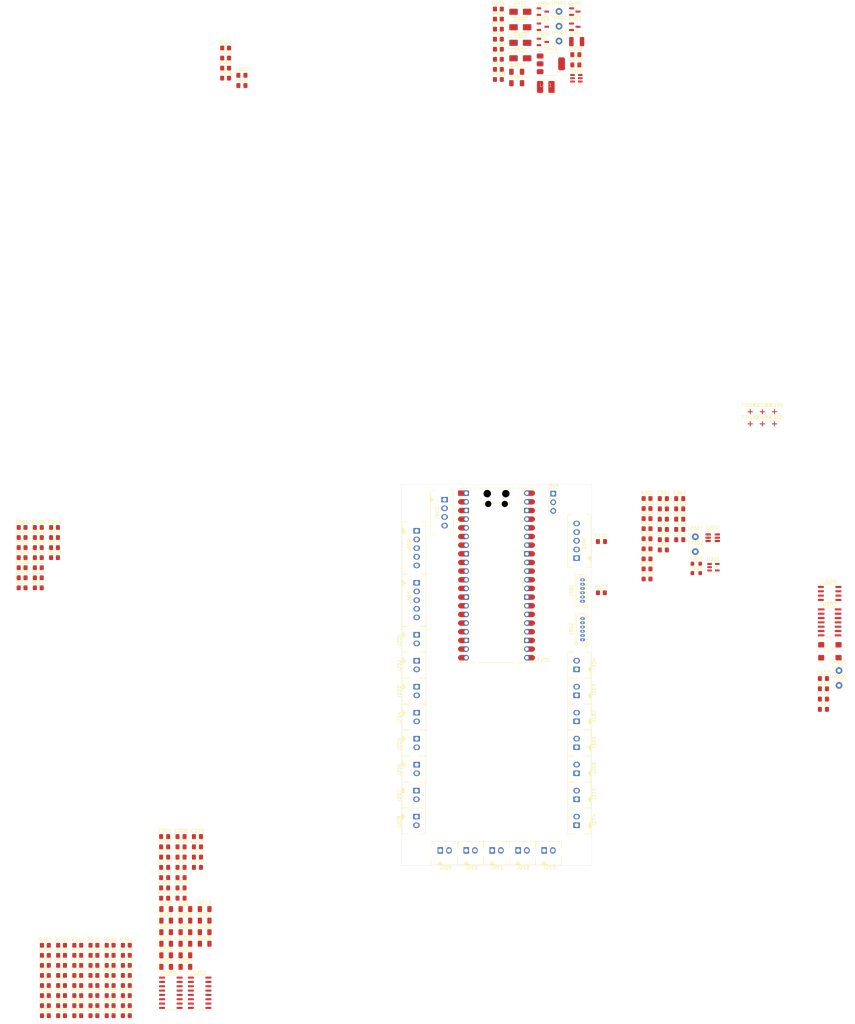
<source format=kicad_pcb>
(kicad_pcb (version 20241229) (generator "pcbnew") (generator_version "9.0")
  (title_block (title "Pico Button Board") (date "2025-12-27") (rev "1"))
  (layers (0 "F.Cu" signal) (2 "B.Cu" signal) (13 "F.Paste" user) (15 "B.Paste" user) (5 "F.SilkS" user "F.Silkscreen") (7 "B.SilkS" user "B.Silkscreen") (1 "F.Mask" user) (3 "B.Mask" user) (25 "Edge.Cuts" user))
  (net 0 "")
  (net 1 "/BUTTON_MISO")
  (net 2 "GND")
  (net 3 "/~{CAN_IRQ}")
  (net 4 "/ENC2_A")
  (net 5 "/ID0")
  (net 6 "/ENC1_PWM")
  (net 7 "/~{BUTTON_LD}")
  (net 8 "/~{CAN_TX_IRQ}")
  (net 9 "Net-(A101-RUN)")
  (net 10 "+5V")
  (net 11 "+3V3A")
  (net 12 "GNDA")
  (net 13 "/SPI0_MOSI")
  (net 14 "/~{CAN_RX_IRQ}")
  (net 15 "+3V3")
  (net 16 "/XY1_ADC")
  (net 17 "/ADC3{slash}~{ADC2}")
  (net 19 "/ENC0_A")
  (net 20 "/SPI0_SCK")
  (net 21 "/ENC2_B")
  (net 22 "/ENC2_PWM")
  (net 23 "/ENC0_B")
  (net 25 "/SPI0_MISO")
  (net 26 "/BUTTON_SCK")
  (net 27 "/X0_ADC")
  (net 28 "/ENC1_B")
  (net 29 "/XCVR_STBY")
  (net 30 "/ENC0_PWM")
  (net 31 "/~{SPI0_CS}")
  (net 32 "/ID1")
  (net 33 "/Y0_ADC")
  (net 34 "/ENC1_A")
  (net 35 "Net-(J601-Pin_5)")
  (net 36 "Net-(J601-Pin_3)")
  (net 37 "Net-(J601-Pin_4)")
  (net 38 "Net-(J602-Pin_4)")
  (net 39 "Net-(J602-Pin_5)")
  (net 40 "Net-(J602-Pin_3)")
  (net 41 "Net-(J603-Pin_5)")
  (net 42 "Net-(J603-Pin_4)")
  (net 43 "Net-(D201-K)")
  (net 44 "Net-(D202-K)")
  (net 45 "Net-(D203-K)")
  (net 46 "Net-(D204-K)")
  (net 47 "Net-(D205-K)")
  (net 48 "Net-(D206-K)")
  (net 49 "Net-(D207-K)")
  (net 50 "Net-(D208-K)")
  (net 51 "Net-(D209-K)")
  (net 52 "Net-(D210-K)")
  (net 53 "Net-(D211-K)")
  (net 54 "Net-(D212-K)")
  (net 55 "Net-(D213-K)")
  (net 56 "Net-(D214-K)")
  (net 57 "Net-(D215-K)")
  (net 58 "Net-(D216-K)")
  (net 59 "Net-(C302-Pad1)")
  (net 60 "Net-(C304-Pad1)")
  (net 61 "Net-(U301-EN)")
  (net 62 "Net-(D403-K)")
  (net 63 "/Power Supply/V_PS")
  (net 64 "Net-(U402-BOOT)")
  (net 65 "Net-(U402-SW)")
  (net 66 "Net-(D407-A)")
  (net 67 "Net-(U402-FB)")
  (net 68 "Net-(J501-Pin_2)")
  (net 69 "Net-(J501-Pin_4)")
  (net 70 "Net-(D201-A)")
  (net 71 "Net-(D202-A)")
  (net 72 "Net-(D203-A)")
  (net 73 "Net-(D204-A)")
  (net 74 "Net-(D205-A)")
  (net 75 "Net-(D206-A)")
  (net 76 "Net-(D207-A)")
  (net 77 "Net-(D208-A)")
  (net 78 "Net-(D209-A)")
  (net 79 "Net-(D210-A)")
  (net 80 "Net-(D211-A)")
  (net 81 "Net-(D212-A)")
  (net 82 "Net-(D213-A)")
  (net 83 "Net-(D214-A)")
  (net 84 "Net-(D215-A)")
  (net 85 "Net-(D216-A)")
  (net 86 "/Power Supply/+V_DC")
  (net 87 "Net-(D402-K)")
  (net 88 "/Power Supply/+V_BAT")
  (net 89 "Net-(D404-A)")
  (net 90 "Net-(D404-K)")
  (net 91 "Net-(D406-K)")
  (net 92 "/CAN_L")
  (net 93 "/CAN_H")
  (net 94 "Net-(J301-Pin_1)")
  (net 95 "Net-(J301-Pin_4)")
  (net 96 "Net-(J302-Pin_4)")
  (net 97 "Net-(J302-Pin_1)")
  (net 98 "Net-(Q402-D)")
  (net 99 "Net-(U201-D0)")
  (net 100 "Net-(U201-D1)")
  (net 101 "Net-(U201-D2)")
  (net 102 "Net-(U201-D3)")
  (net 103 "Net-(U201-D4)")
  (net 104 "Net-(U201-D5)")
  (net 105 "Net-(U201-D6)")
  (net 106 "Net-(U201-D7)")
  (net 107 "Net-(U202-D0)")
  (net 108 "Net-(U202-D1)")
  (net 109 "Net-(U202-D2)")
  (net 110 "Net-(U202-D3)")
  (net 111 "Net-(U202-D4)")
  (net 112 "Net-(U202-D5)")
  (net 113 "Net-(U202-D6)")
  (net 114 "Net-(U202-D7)")
  (net 115 "Net-(U402-EN)")
  (net 116 "/CANTX")
  (net 117 "/CANRX")
  (net 118 "Net-(U101-OUT)")
  (net 121 "Net-(U201-Q7)")
  (net 123 "Net-(J603-Pin_3)")
  (net 125 "/Encoder Inputs/ENC_VCC")
  (footprint "Pico-ButtonBoard:Molex-70543-0001" (layer "F.Cu") (at 210.185 176.53)
    (property "Reference" "J212")
    (property "Value" "B11")
  )
  (footprint "Resistor_SMD:R_0805_2012Metric_Pad1.20x1.40mm_HandSolder" (layer "F.Cu") (at 247.9875 79.225)
    (property "Reference" "R303")
    (property "Value" "100k-1%-0805")
  )
  (footprint "Resistor_SMD:R_0805_2012Metric_Pad1.20x1.40mm_HandSolder" (layer "F.Cu") (at 64.653 93.614)
    (property "Reference" "R605")
    (property "Value" "49.9R-1%-0805")
  )
  (footprint "Resistor_SMD:R_0805_2012Metric_Pad1.20x1.40mm_HandSolder" (layer "F.Cu") (at 234.585 100.965)
    (property "Reference" "R101")
    (property "Value" "1.50k-1%-0805")
  )
  (footprint "Resistor_SMD:R_0805_2012Metric_Pad1.20x1.40mm_HandSolder" (layer "F.Cu") (at 90.48 207.294)
    (property "Reference" "R234")
    (property "Value" "10k-1%-0805")
  )
  (footprint "Capacitor_SMD:C_0805_2012Metric_Pad1.18x1.45mm_HandSolder" (layer "F.Cu") (at 106.47 178.484)
    (property "Reference" "C203")
    (property "Value" "0.1uF-25V-10%-0805")
  )
  (footprint "Capacitor_SMD:C_0805_2012Metric_Pad1.18x1.45mm_HandSolder" (layer "F.Cu") (at 111.28 178.484)
    (property "Reference" "C210")
    (property "Value" "0.1uF-25V-10%-0805")
  )
  (footprint "Package_TO_SOT_SMD:SOT-23" (layer "F.Cu") (at 226.795 -65.025)
    (property "Reference" "Q402")
    (property "Value" "BSS123")
  )
  (footprint "LED_SMD:LED_1206_3216Metric" (layer "F.Cu") (at 106.91 200.504)
    (property "Reference" "D203")
    (property "Value" "B1")
  )
  (footprint "Resistor_SMD:R_0805_2012Metric_Pad1.20x1.40mm_HandSolder" (layer "F.Cu") (at 71.48 204.344)
    (property "Reference" "R201")
    (property "Value" "1.50k-1%-0805")
  )
  (footprint "Resistor_SMD:R_0805_2012Metric_Pad1.20x1.40mm_HandSolder" (layer "F.Cu") (at 69.403 81.814)
    (property "Reference" "R608")
    (property "Value" "20k-1%-0805")
  )
  (footprint "Resistor_SMD:R_0805_2012Metric_Pad1.20x1.40mm_HandSolder" (layer "F.Cu") (at 64.653 99.514)
    (property "Reference" "R607")
    (property "Value" "20k-1%-0805")
  )
  (footprint "Capacitor_SMD:C_0805_2012Metric_Pad1.18x1.45mm_HandSolder" (layer "F.Cu") (at 252.7675 85.395)
    (property "Reference" "C305")
    (property "Value" "1000pF-50V-5%-0805")
  )
  (footprint "Capacitor_SMD:C_0805_2012Metric_Pad1.18x1.45mm_HandSolder" (layer "F.Cu") (at 116.09 175.474)
    (property "Reference" "C216")
    (property "Value" "0.1uF-25V-10%-0805")
  )
  (footprint "Resistor_SMD:R_0805_2012Metric_Pad1.20x1.40mm_HandSolder" (layer "F.Cu") (at 90.48 219.094)
    (property "Reference" "R238")
    (property "Value" "10k-1%-0805")
  )
  (footprint "Capacitor_SMD:C_0805_2012Metric_Pad1.18x1.45mm_HandSolder" (layer "F.Cu") (at 257.5775 76.365)
    (property "Reference" "C308")
    (property "Value" "0.1uF-25V-10%-0805")
  )
  (footprint "Capacitor_SMD:C_0805_2012Metric_Pad1.18x1.45mm_HandSolder" (layer "F.Cu") (at 106.47 187.514)
    (property "Reference" "C206")
    (property "Value" "0.1uF-25V-10%-0805")
  )
  (footprint "Package_SO:SO-14_3.9x8.65mm_P1.27mm" (layer "F.Cu") (at 301.55 109.6452)
    (property "Reference" "U102")
    (property "Value" "MCP2518FDT-H/SL")
  )
  (footprint "Diode_SMD:D_SMA" (layer "F.Cu") (at 210.82 -64.875)
    (property "Reference" "D402")
    (property "Value" "S1B")
  )
  (footprint "LED_SMD:LED_1206_3216Metric" (layer "F.Cu") (at 112.56 210.674)
    (property "Reference" "D212")
    (property "Value" "B13")
  )
  (footprint "Capacitor_SMD:C_0805_2012Metric_Pad1.18x1.45mm_HandSolder" (layer "F.Cu") (at 257.5775 82.385)
    (property "Reference" "C310")
    (property "Value" "0.1uF-25V-10%-0805")
  )
  (footprint "LED_SMD:LED_1206_3216Metric" (layer "F.Cu") (at 106.91 210.674)
    (property "Reference" "D206")
    (property "Value" "B10")
  )
  (footprint "Resistor_SMD:R_0805_2012Metric_Pad1.20x1.40mm_HandSolder" (layer "F.Cu") (at 74.153 81.814)
    (property "Reference" "R615")
    (property "Value" "20k-1%-0805")
  )
  (footprint "Resistor_SMD:R_0805_2012Metric_Pad1.20x1.40mm_HandSolder" (layer "F.Cu") (at 71.48 219.094)
    (property "Reference" "R206")
    (property "Value" "1.50k-1%-0805")
  )
  (footprint "Pico-ButtonBoard:Molex-70543-0001" (layer "F.Cu") (at 227.33 138.66782 90)
    (property "Reference" "J102")
    (property "Value" "BATT")
  )
  (footprint "Resistor_SMD:R_0805_2012Metric_Pad1.20x1.40mm_HandSolder" (layer "F.Cu") (at 74.153 84.764)
    (property "Reference" "R616")
    (property "Value" "49.9R-1%-0805")
  )
  (footprint "Resistor_SMD:R_0805_2012Metric_Pad1.20x1.40mm_HandSolder" (layer "F.Cu") (at 204.375 -61.375)
    (property "Reference" "R404")
    (property "Value" "20k-1%-0805")
  )
  (footprint "Package_TO_SOT_SMD:SOT-23-3" (layer "F.Cu") (at 217.415 -69.475)
    (property "Reference" "D404")
    (property "Value" "5.6V")
  )
  (footprint "TestPoint:TestPoint_Keystone_5000-5004_Miniature" (layer "F.Cu") (at 222.165 -69.525)
    (property "Reference" "TP401")
    (property "Value" "CAN_RX")
  )
  (footprint "TestPoint:TestPoint_Keystone_5000-5004_Miniature" (layer "F.Cu") (at 304.31 123.7802)
    (property "Reference" "TP101")
    (property "Value" "CAN_TX")
  )
  (footprint "Capacitor_SMD:C_0805_2012Metric_Pad1.18x1.45mm_HandSolder" (layer "F.Cu") (at 252.7675 82.385)
    (property "Reference" "C304")
    (property "Value" "1000pF-50V-5%-0805")
  )
  (footprint "Pico-ButtonBoard:Molex-70543-0001" (layer "F.Cu") (at 180.41159 136.138311 -90)
    (property "Reference" "J204")
    (property "Value" "B3")
  )
  (footprint "Package_TO_SOT_SMD:SOT-23-3" (layer "F.Cu") (at 217.415 -60.575)
    (property "Reference" "D406")
    (property "Value" "5.6V")
  )
  (footprint "Inductor_SMD:L_0805_2012Metric_Pad1.05x1.20mm_HandSolder" (layer "F.Cu") (at 262.4375 92.445)
    (property "Reference" "L301")
    (property "Value" "10uH-10%-500mA-0805")
  )
  (footprint "Diode_SMD:D_SMA" (layer "F.Cu") (at 210.82 -69.425)
    (property "Reference" "D401")
    (property "Value" "S1B")
  )
  (footprint "Resistor_SMD:R_0805_2012Metric_Pad1.20x1.40mm_HandSolder" (layer "F.Cu") (at 85.73 224.994)
    (property "Reference" "R232")
    (property "Value" "1.50k-1%-0805")
  )
  (footprint "Capacitor_SMD:C_0805_2012Metric_Pad1.18x1.45mm_HandSolder" (layer "F.Cu") (at 227.095 -56.845)
    (property "Reference" "C403")
    (property "Value" "0.1uF-25V-10%-0805")
  )
  (footprint "Capacitor_SMD:C_0805_2012Metric_Pad1.18x1.45mm_HandSolder" (layer "F.Cu") (at 227.095 -53.835)
    (property "Reference" "C404")
    (property "Value" "68pF-50V-5%-0805")
  )
  (footprint "Resistor_SMD:R_0805_2012Metric_Pad1.20x1.40mm_HandSolder" (layer "F.Cu") (at 80.98 216.144)
    (property "Reference" "R221")
    (property "Value" "1.50k-1%-0805")
  )
  (footprint "Resistor_SMD:R_0805_2012Metric_Pad1.20x1.40mm_HandSolder" (layer "F.Cu") (at 76.23 213.194)
    (property "Reference" "R212")
    (property "Value" "1.50k-1%-0805")
  )
  (footprint "Diode_SMD:D_SMA" (layer "F.Cu") (at 210.82 -55.775)
    (property "Reference" "D407")
    (property "Value" "S1B")
  )
  (footprint "Package_TO_SOT_SMD:SOT-23-5" (layer "F.Cu") (at 267.4675 93.47)
    (property "Reference" "U301")
    (property "Value" "TLV77033DDC")
  )
  (footprint "Capacitor_SMD:C_0805_2012Metric_Pad1.18x1.45mm_HandSolder" (layer "F.Cu") (at 257.5775 79.375)
    (property "Reference" "C309")
    (property "Value" "4.7uF-25V-10%-0805")
  )
  (footprint "Resistor_SMD:R_0805_2012Metric_Pad1.20x1.40mm_HandSolder" (layer "F.Cu") (at 204.375 -49.575)
    (property "Reference" "R408")
    (property "Value" "100k-1%-0805")
  )
  (footprint "Capacitor_SMD:C_0805_2012Metric_Pad1.18x1.45mm_HandSolder" (layer "F.Cu") (at 299.73 129.1302)
    (property "Reference" "C103")
    (property "Value" "0.1uF-25V-10%-0805")
  )
  (footprint "Resistor_SMD:R_0805_2012Metric_Pad1.20x1.40mm_HandSolder" (layer "F.Cu") (at 71.48 222.044)
    (property "Reference" "R207")
    (property "Value" "1.50k-1%-0805")
  )
  (footprint "Resistor_SMD:R_0805_2012Metric_Pad1.20x1.40mm_HandSolder" (layer "F.Cu") (at 90.48 204.344)
    (property "Reference" "R233")
    (property "Value" "10k-1%-0805")
  )
  (footprint "Module:RaspberryPi_Pico_Common_Unspecified" (layer "F.Cu") (at 203.835 95.885)
    (property "Reference" "A101")
    (property "Value" "RaspberryPi_Pico2")
  )
  (footprint "Resistor_SMD:R_0805_2012Metric_Pad1.20x1.40mm_HandSolder" (layer "F.Cu") (at 204.375 -52.525)
    (property "Reference" "R407")
    (property "Value" "12.4k-1%-0805")
  )
  (footprint "Capacitor_SMD:C_0805_2012Metric_Pad1.18x1.45mm_HandSolder" (layer "F.Cu") (at 116.09 181.494)
    (property "Reference" "C218")
    (property "Value" "0.1uF-25V-10%-0805")
  )
  (footprint "TestPoint:TestPoint_Keystone_5000-5004_Miniature" (layer "F.Cu") (at 262.1575 84.545)
    (property "Reference" "TP301")
    (property "Value" "CAN_RX")
  )
  (footprint "Pico-ButtonBoard:Molex-70543-0001" (layer "F.Cu") (at 180.41159 151.378311 -90)
    (property "Reference" "J206")
    (property "Value" "B5")
  )
  (footprint "LED_SMD:LED_1206_3216Metric" (layer "F.Cu") (at 118.21 197.114)
    (property "Reference" "D214")
    (property "Value" "B14")
  )
  (footprint "Capacitor_SMD:C_0805_2012Metric_Pad1.18x1.45mm_HandSolder" (layer "F.Cu") (at 106.47 172.464)
    (property "Reference" "C201")
    (property "Value" "0.1uF-25V-10%-0805")
  )
  (footprint "LED_SMD:LED_1206_3216Metric" (layer "F.Cu") (at 112.56 193.724)
    (property "Reference" "D207")
    (property "Value" "B3")
  )
  (footprint "Resistor_SMD:R_0805_2012Metric_Pad1.20x1.40mm_HandSolder" (layer "F.Cu") (at 247.9875 93.975)
    (property "Reference" "R308")
    (property "Value" "49.9R-1%-0805")
  )
  (footprint "Connector_PinHeader_2.54mm:PinHeader_1x03_P2.54mm_Vertical" (layer "F.Cu") (at 220.472 71.882)
    (property "Reference" "J604")
    (property "Value" "ENC PWR")
  )
  (footprint "Resistor_SMD:R_0805_2012Metric_Pad1.20x1.40mm_HandSolder" (layer "F.Cu") (at 76.23 224.994)
    (property "Reference" "R216")
    (property "Value" "1.50k-1%-0805")
  )
  (footprint "Pico-ButtonBoard:Molex-70543-0001" (layer "F.Cu") (at 180.41159 113.278311 -90)
    (property "Reference" "J201")
    (property "Value" "B0")
  )
  (footprint "Resistor_SMD:R_0805_2012Metric_Pad1.20x1.40mm_HandSolder" (layer "F.Cu") (at 95.23 213.194)
    (property "Reference" "R244")
    (property "Value" "10k-1%-0805")
  )
  (footprint "MountingHole:MountingHole_3.2mm_M3" (layer "F.Cu") (at 179.705 177.165)
    (property "Reference" "H102" (hide yes))
    (property "Value" "MountingHole")
  )
  (footprint "Resistor_SMD:R_0805_2012Metric_Pad1.20x1.40mm_HandSolder" (layer "F.Cu") (at 71.48 207.294)
    (property "Reference" "R202")
    (property "Value" "1.50k-1%-0805")
  )
  (footprint "Pico-ButtonBoard:Molex-70543-0039" (layer "F.Cu") (at 180.41159 98.038311 90)
    (property "Reference" "J603")
    (property "Value" "ENC2")
  )
  (footprint "Resistor_SMD:R_0805_2012Metric_Pad1.20x1.40mm_HandSolder" (layer "F.Cu") (at 90.48 210.244)
    (property "Reference" "R235")
    (property "Value" "10k-1%-0805")
  )
  (footprint "Capacitor_SMD:C_0805_2012Metric_Pad1.18x1.45mm_HandSolder" (layer "F.Cu") (at 252.7675 79.375)
    (property "Reference" "C303")
    (property "Value" "1000pF-50V-5%-0805")
  )
  (footprint "Capacitor_SMD:C_0805_2012Metric_Pad1.18x1.45mm_HandSolder" (layer "F.Cu") (at 116.09 172.464)
    (property "Reference" "C215")
    (property "Value" "0.1uF-25V-10%-0805")
  )
  (footprint "Resistor_SMD:R_0805_2012Metric_Pad1.20x1.40mm_HandSolder" (layer "F.Cu") (at 95.23 207.294)
    (property "Reference" "R242")
    (property "Value" "10k-1%-0805")
  )
  (footprint "Resistor_SMD:R_0805_2012Metric_Pad1.20x1.40mm_HandSolder" (layer "F.Cu") (at 90.48 222.044)
    (property "Reference" "R239")
    (property "Value" "10k-1%-0805")
  )
  (footprint "Pico-ButtonBoard:Molex-70543-0001" (layer "F.Cu") (at 180.41159 143.758311 -90)
    (property "Reference" "J205")
    (property "Value" "B4")
  )
  (footprint "Fiducial:Fiducial_Cross_1.5mm_Mask2mm" (layer "F.Cu") (at 281.819 47.885)
    (property "Reference" "FID103")
    (property "Value" "Fiducial")
  )
  (footprint "Resistor_SMD:R_0805_2012Metric_Pad1.20x1.40mm_HandSolder" (layer "F.Cu") (at 247.9875 91.025)
    (property "Reference" "R307")
    (property "Value" "49.9R-1%-0805")
  )
  (footprint "Resistor_SMD:R_0805_2012Metric_Pad1.20x1.40mm_HandSolder" (layer "F.Cu") (at 64.653 96.564)
    (property "Reference" "R606")
    (property "Value" "49.9R-1%-0805")
  )
  (footprint "Resistor_SMD:R_0805_2012Metric_Pad1.20x1.40mm_HandSolder" (layer "F.Cu") (at 74.153 90.664)
    (property "Reference" "R618")
    (property "Value" "49.9R-1%-0805")
  )
  (footprint "Pico-ButtonBoard:Molex-70543-0001" (layer "F.Cu") (at 227.33 153.90782 90)
    (property "Reference" "J216")
    (property "Value" "B15")
  )
  (footprint "LED_SMD:LED_1206_3216Metric" (layer "F.Cu") (at 118.21 203.894)
    (property "Reference" "D216")
    (property "Value" "B15")
  )
  (footprint "Resistor_SMD:R_0805_2012Metric_Pad1.20x1.40mm_HandSolder" (layer "F.Cu") (at 85.73 216.144)
    (property "Reference" "R229")
    (property "Value" "1.50k-1%-0805")
  )
  (footprint "TestPoint:TestPoint_Keystone_5000-5004_Miniature" (layer "F.Cu") (at 222.165 -65.175)
    (property "Reference" "TP402")
    (property "Value" "CAN_RX")
  )
  (footprint "Pico-ButtonBoard:Molex_PicoBlade_53047-0610_1x06_P1.25mm_Vertical" (layer "F.Cu") (at 229.055 114.748 90)
    (property "Reference" "J302")
    (property "Value" "XY0-R")
  )
  (footprint "Pico-ButtonBoard:Molex-70543-0001" (layer "F.Cu") (at 227.33 146.28782 90)
    (property "Reference" "J101")
    (property "Value" "DC_IN")
  )
  (footprint "Pico-ButtonBoard:Molex-70543-0001" (layer "F.Cu") (at 194.945 176.53)
    (property "Reference" "J210")
    (property "Value" "B9")
  )
  (footprint "Resistor_SMD:R_0805_2012Metric_Pad1.20x1.40mm_HandSolder" (layer "F.Cu") (at 69.403 84.764)
    (property "Reference" "R609")
    (property "Value" "20k-1%-0805")
  )
  (footprint "TestPoint:TestPoint_Keystone_5000-5004_Miniature" (layer "F.Cu") (at 304.31 128.1302)
    (property "Reference" "TP102")
    (property "Value" "CAN_RX")
  )
  (footprint "Package_TO_SOT_SMD:SOT-23-6_Handsoldering" (layer "F.Cu") (at 267.2575 84.82)
    (property "Reference" "U302")
    (property "Value" "SN74LVC1G3157DBVR")
  )
  (footprint "Resistor_SMD:R_0805_2012Metric_Pad1.20x1.40mm_HandSolder" (layer "F.Cu") (at 71.48 216.144)
    (property "Reference" "R205")
    (property "Value" "1.50k-1%-0805")
  )
  (footprint "LED_SMD:LED_1206_3216Metric" (layer "F.Cu") (at 112.56 203.894)
    (property "Reference" "D210")
    (property "Value" "B12")
  )
  (footprint "MountingHole:MountingHole_3.2mm_M3" (layer "F.Cu") (at 227.965 177.165)
    (property "Reference" "H103" (hide yes))
    (property "Value" "MountingHole")
  )
  (footprint "Resistor_SMD:R_0805_2012Metric_Pad1.20x1.40mm_HandSolder" (layer "F.Cu") (at 95.23 224.994)
    (property "Reference" "R248")
    (property "Value" "10k-1%-0805")
  )
  (footprint "Pico-ButtonBoard:Molex-70543-0001" (layer "F.Cu") (at 187.325 176.53)
    (property "Reference" "J209")
    (property "Value" "B8")
  )
  (footprint "Resistor_SMD:R_0805_2012Metric_Pad1.20x1.40mm_HandSolder" (layer "F.Cu") (at 69.403 93.614)
    (property "Reference" "R612")
    (property "Value" "49.9R-1%-0805")
  )
  (footprint "Capacitor_SMD:C_0805_2012Metric_Pad1.18x1.45mm_HandSolder" (layer "F.Cu") (at 106.47 181.494)
    (property "Reference" "C204")
    (property "Value" "0.1uF-25V-10%-0805")
  )
  (footprint "Fiducial:Fiducial_Cross_1.5mm_Mask2mm" (layer "F.Cu") (at 281.819 51.435)
    (property "Reference" "FID104")
    (property "Value" "Fiducial")
  )
  (footprint "TestPoint:TestPoint_Keystone_5000-5004_Miniature" (layer "F.Cu") (at 262.1575 88.895)
    (property "Reference" "TP302")
    (property "Value" "CAN_RX")
  )
  (footprint "Inductor_SMD:L_0805_2012Metric_Pad1.05x1.20mm_HandSolder" (layer "F.Cu") (at 262.4375 95.195)
    (property "Reference" "L302")
    (property "Value" "10uH-10%-500mA-0805")
  )
  (footprint "Pico-ButtonBoard:Molex-70543-0001" (layer "F.Cu") (at 227.33 161.52782 90)
    (property "Reference" "J215")
    (property "Value" "B14")
  )
  (footprint "Resistor_SMD:R_0805_2012Metric_Pad1.20x1.40mm_HandSolder" (layer "F.Cu") (at 85.73 213.194)
    (property "Reference" "R228")
    (property "Value" "1.50k-1%-0805")
  )
  (footprint "LED_SMD:LED_1206_3216Metric" (layer "F.Cu") (at 112.56 197.114)
    (property "Reference" "D208")
    (property "Value" "B11")
  )
  (footprint "Capacitor_SMD:C_0805_2012Metric_Pad1.18x1.45mm_HandSolder" (layer "F.Cu") (at 111.28 187.514)
    (property "Reference" "C213")
    (property "Value" "0.1uF-25V-10%-0805")
  )
  (footprint "Resistor_SMD:R_0805_2012Metric_Pad1.20x1.40mm_HandSolder" (layer "F.Cu") (at 95.23 219.094)
    (property "Reference" "R246")
    (property "Value" "10k-1%-0805")
  )
  (footprint "Resistor_SMD:R_0805_2012Metric_Pad1.20x1.40mm_HandSolder" (layer "F.Cu") (at 95.23 222.044)
    (property "Reference" "R247")
    (property "Value" "10k-1%-0805")
  )
  (footprint "Package_TO_SOT_SMD:SOT-23-3" (layer "F.Cu") (at 217.415 -65.025)
    (property "Reference" "D405")
    (property "Value" "5.6V")
  )
  (footprint "Pico-ButtonBoard:Molex-70543-0001" (layer "F.Cu") (at 227.33 123.42782 90)
    (property "Reference" "J104")
    (property "Value" "CAN")
  )
  (footprint "Resistor_SMD:R_0805_2012Metric_Pad1.20x1.40mm_HandSolder" (layer "F.Cu") (at 90.48 216.144)
    (property "Reference" "R237")
    (property "Value" "10k-1%-0805")
  )
  (footprint "Resistor_SMD:R_0805_2012Metric_Pad1.20x1.40mm_HandSolder" (layer "F.Cu") (at 76.23 204.344)
    (property "Reference" "R209")
    (property "Value" "1.50k-1%-0805")
  )
  (footprint "Resistor_SMD:R_0805_2012Metric_Pad1.20x1.40mm_HandSolder" (layer "F.Cu") (at 64.653 90.664)
    (property "Reference" "R604")
    (property "Value" "20k-1%-0805")
  )
  (footprint "Capacitor_SMD:C_0805_2012Metric_Pad1.18x1.45mm_HandSolder" (layer "F.Cu") (at 234.615 85.945)
    (property "Reference" "C101")
    (property "Value" "0.1uF-25V-10%-0805")
  )
  (footprint "Capacitor_SMD:C_0805_2012Metric_Pad1.18x1.45mm_HandSolder" (layer "F.Cu") (at 252.7675 88.405)
    (property "Reference" "C306")
    (property "Value" "4.7uF-25V-10%-0805")
  )
  (footprint "Pico-ButtonBoard:Wurth-CFPS-73" (layer "F.Cu") (at 301.625 118.115)
    (property "Reference" "U101")
    (property "Value" "4.0 MHz")
  )
  (footprint "Resistor_SMD:R_0805_2012Metric_Pad1.20x1.40mm_HandSolder" (layer "F.Cu") (at 90.48 213.194)
    (property "Reference" "R236")
    (property "Value" "10k-1%-0805")
  )
  (footprint "Capacitor_SMD:C_0805_2012Metric_Pad1.18x1.45mm_HandSolder" (layer "F.Cu") (at 129.1375 -50.8)
    (property "Reference" "C501")
    (property "Value" "0.1uF-25V-10%-0805")
  )
  (footprint "Resistor_SMD:R_0805_2012Metric_Pad1.20x1.40mm_HandSolder" (layer "F.Cu") (at 85.73 219.094)
    (property "Reference" "R230")
    (property "Value" "1.50k-1%-0805")
  )
  (footprint "Pico-ButtonBoard:Molex-70543-0001" (layer "F.Cu") (at 180.41159 128.518311 -90)
    (property "Reference" "J203")
    (property "Value" "B2")
  )
  (footprint "Resistor_SMD:R_0805_2012Metric_Pad1.20x1.40mm_HandSolder" (layer "F.Cu") (at 76.23 222.044)
    (property "Reference" "R215")
    (property "Value" "1.50k-1%-0805")
  )
  (footprint "Resistor_SMD:R_0805_2012Metric_Pad1.20x1.40mm_HandSolder" (layer "F.Cu") (at 95.23 210.244)
    (property "Reference" "R243")
    (property "Value" "10k-1%-0805")
  )
  (footprint "Pico-ButtonBoard:Molex-70543-0001" (layer "F.Cu") (at 202.565 176.53)
    (property "Reference" "J211")
    (property "Value" "B10")
  )
  (footprint "Package_SO:SO-8_3.9x4.9mm_P1.27mm" (layer "F.Cu") (at 301.55 101.1652)
    (property "Reference" "U103")
    (property "Value" "MCP2558FD")
  )
  (footprint "Resistor_SMD:R_0805_2012Metric_Pad1.20x1.40mm_HandSolder" (layer "F.Cu") (at 85.73 222.044)
    (property "Reference" "R231")
    (property "Value" "1.50k-1%-0805")
  )
  (footprint "Resistor_SMD:R_0805_2012Metric_Pad1.20x1.40mm_HandSolder" (layer "F.Cu") (at 124.3575 -52.9)
    (property "Reference" "R503")
    (property "Value" "10k-1%-0805")
  )
  (footprint "LED_SMD:LED_1206_3216Metric" (layer "F.Cu") (at 106.91 203.894)
    (property "Reference" "D204")
    (property "Value" "B9")
  )
  (footprint "Resistor_SMD:R_0805_2012Metric_Pad1.20x1.40mm_HandSolder" (layer "F.Cu") (at 95.23 216.144)
    (property "Reference" "R245")
    (property "Value" "10k-1%-0805")
  )
  (footprint "Resistor_SMD:R_0805_2012Metric_Pad1.20x1.40mm_HandSolder" (layer "F.Cu") (at 74.153 87.714)
    (property "Reference" "R617")
    (property "Value" "49.9R-1%-0805")
  )
  (footprint "Pico-ButtonBoard:Molex_PicoBlade_53047-0610_1x06_P1.25mm_Vertical" (layer "F.Cu") (at 229.055 103.455 90)
    (property "Reference" "J301")
    (property "Value" "XY1-L")
  )
  (footprint "Capacitor_SMD:C_0805_2012Metric_Pad1.18x1.45mm_HandSolder" (layer "F.Cu") (at 252.7675 73.355)
    (property "Reference" "C301")
    (property "Value" "4.7uF-25V-10%-0805")
  )
  (footprint "Resistor_SMD:R_0805_2012Metric_Pad1.20x1.40mm_HandSolder" (layer "F.Cu") (at 85.73 210.244)
    (property "Reference" "R227")
    (property "Value" "1.50k-1%-0805")
  )
  (footprint "Resistor_SMD:R_0805_2012Metric_Pad1.20x1.40mm_HandSolder" (layer "F.Cu") (at 247.9875 96.925)
    (property "Reference" "R309")
    (property "Value" "10k-1%-0805")
  )
  (footprint "Capacitor_SMD:C_1206_3216Metric_Pad1.33x1.80mm_HandSolder" (layer "F.Cu") (at 209.755 -51.825)
    (property "Reference" "C401")
    (property "Value" "10uF-10%-50V-1206")
  )
  (footprint "Resistor_SMD:R_0805_2012Metric_Pad1.20x1.40mm_HandSolder" (layer "F.Cu") (at 80.98 207.294)
    (property "Reference" "R218")
    (property "Value" "1.50k-1%-0805")
  )
  (footprint "Pico-ButtonBoard:Molex-70543-0001" (layer "F.Cu") (at 180.41159 120.898311 -90)
    (property "Reference" "J202")
    (property "Value" "B1")
  )
  (footprint "Resistor_SMD:R_0805_2012Metric_Pad1.20x1.40mm_HandSolder" (layer "F.Cu") (at 124.3575 -49.95)
    (property "Reference" "R504")
    (property "Value" "10k-1%-0805")
  )
  (footprint "Pico-ButtonBoard:Molex-70543-0001" (layer "F.Cu") (at 180.34 166.60782 -90)
    (property "Reference" "J208")
    (property "Value" "B7")
  )
  (footprint "Capacitor_SMD:C_1210_3225Metric_Pad1.33x2.70mm_HandSolder" (layer "F.Cu") (at 227.345 -60.675)
    (property "Reference" "C405")
    (property "Value" "47uF-10%-16V-1210")
  )
  (footprint "Pico-ButtonBoard:Cyntec-MS6-Inductor" (layer "F.Cu") (at 218.29 -47.38)
    (property "Reference" "L401")
    (property "Value" "5.6 uH-20%-3.4A")
  )
  (footprint "Package_TO_SOT_SMD:SOT-23" (layer "F.Cu") (at 226.795 -69.475)
    (property "Reference" "Q401")
    (property "Value" "BSS123")
  )
  (footprint "Fiducial:Fiducial_Cross_1.5mm_Mask2mm" (layer "F.Cu") (at 278.269 51.435)
    (property "Reference" "FID102")
    (property "Value" "Fiducial")
  )
  (footprint "Resistor_SMD:R_0805_2012Metric_Pad1.20x1.40mm_HandSolder" (layer "F.Cu") (at 247.9875 76.275)
    (property "Reference" "R302")
    (property "Value" "100k-1%-0805")
  )
  (footprint "Fiducial:Fiducial_Cross_1.5mm_Mask2mm" (layer "F.Cu") (at 285.369 51.435)
    (property "Reference" "FID106")
    (property "Value" "Fiducial")
  )
  (footprint "Resistor_SMD:R_0805_2012Metric_Pad1.20x1.40mm_HandSolder" (layer "F.Cu") (at 80.98 219.094)
    (property "Reference" "R222")
    (property "Value" "1.50k-1%-0805")
  )
  (footprint "Capacitor_SMD:C_0805_2012Metric_Pad1.18x1.45mm_HandSolder" (layer "F.Cu") (at 106.47 190.524)
    (property "Reference" "C207")
    (property "Value" "0.1uF-25V-10%-0805")
  )
  (footprint "Resistor_SMD:R_0805_2012Metric_Pad1.20x1.40mm_HandSolder" (layer "F.Cu") (at 71.48 224.994)
    (property "Reference" "R208")
    (property "Value" "1.50k-1%-0805")
  )
  (footprint "Resistor_SMD:R_0805_2012Metric_Pad1.20x1.40mm_HandSolder" (layer "F.Cu") (at 64.653 81.814)
    (property "Reference" "R601")
    (property "Value" "20k-1%-0805")
  )
  (footprint "Package_SO:SO-16_3.9x9.9mm_P1.27mm" (layer "F.Cu") (at 116.74 218.269)
    (property "Reference" "U202")
    (property "Value" "SN74HC165DR")
  )
  (footprint "Capacitor_SMD:C_0805_2012Metric_Pad1.18x1.45mm_HandSolder" (layer "F.Cu") (at 111.28 172.464)
    (property "Reference" "C208")
    (property "Value" "0.1uF-25V-10%-0805")
  )
  (footprint "Pico-ButtonBoard:Molex-70543-0039" (layer "F.Cu") (at 180.41159 82.798311 90)
    (property "Reference" "J602")
    (property "Value" "ENC1")
  )
  (footprint "Resistor_SMD:R_0805_2012Metric_Pad1.20x1.40mm_HandSolder" (layer "F.Cu") (at 85.73 204.344)
    (property "Reference" "R225")
    (property "Value" "1.50k-1%-0805")
  )
  (footprint "Capacitor_SMD:C_0805_2012Metric_Pad1.18x1.45mm_HandSolder" (layer "F.Cu") (at 111.28 175.474)
    (property "Reference" "C209")
    (property "Value" "0.1uF-25V-10%-0805")
  )
  (footprint "Capacitor_SMD:C_0805_2012Metric_Pad1.18x1.45mm_HandSolder" (layer "F.Cu") (at 257.5775 85.395)
    (property "Reference" "C311")
    (property "Value" "1000pF-50V-5%-0805")
  )
  (footprint "Resistor_SMD:R_0805_2012Metric_Pad1.20x1.40mm_HandSolder" (layer "F.Cu") (at 76.23 216.144)
    (property "Reference" "R213")
    (property "Value" "1.50k-1%-0805")
  )
  (footprint "LED_SMD:LED_1206_3216Metric" (layer "F.Cu") (at 112.56 207.284)
    (property "Reference" "D211")
    (property "Value" "B5")
  )
  (footprint "Package_TO_SOT_SMD:SOT-23-6" (layer "F.Cu") (at 227.265 -49.93)
    (property "Reference" "U402")
    (property "Value" "TPS54202DDC")
  )
  (footprint "Package_SO:SO-16_3.9x9.9mm_P1.27mm" (layer "F.Cu") (at 108.29 218.269)
    (property "Reference" "U201")
    (property "Value" "SN74HC165DR")
  )
  (footprint "Capacitor_SMD:C_0805_2012Metric_Pad1.18x1.45mm_HandSolder" (layer "F.Cu") (at 116.09 178.484)
    (property "Reference" "C217")
    (property "Value" "0.1uF-25V-10%-0805")
  )
  (footprint "Resistor_SMD:R_0805_2012Metric_Pad1.20x1.40mm_HandSolder" (layer "F.Cu") (at 95.23 204.344)
    (property "Reference" "R241")
    (property "Value" "10k-1%-0805")
  )
  (footprint "Capacitor_SMD:C_0805_2012Metric_Pad1.18x1.45mm_HandSolder" (layer "F.Cu") (at 299.73 132.1402)
    (property "Reference" "C104")
    (property "Value" "0.1uF-25V-10%-0805")
  )
  (footprint "Capacitor_SMD:C_0805_2012Metric_Pad1.18x1.45mm_HandSolder" (layer "F.Cu") (at 129.1375 -47.79)
    (property "Reference" "C502")
    (property "Value" "0.1uF-25V-10%-0805")
  )
  (footprint "LED_SMD:LED_1206_3216Metric" (layer "F.Cu") (at 118.21 200.504)
    (property "Reference" "D215")
    (property "Value" "B7")
  )
  (footprint "Resistor_SMD:R_0805_2012Metric_Pad1.20x1.40mm_HandSolder" (layer "F.Cu") (at 80.98 213.194)
    (property "Reference" "R220")
    (property "Value" "1.50k-1%-0805")
  )
  (footprint "Capacitor_SMD:C_0805_2012Metric_Pad1.18x1.45mm_HandSolder" (layer "F.Cu") (at 257.5775 73.355)
    (property "Reference" "C307")
    (property "Value" "0.1uF-25V-10%-0805")
  )
  (footprint "Resistor_SMD:R_0805_2012Metric_Pad1.20x1.40mm_HandSolder" (layer "F.Cu") (at 64.653 87.714)
    (property "Reference" "R603")
    (property "Value" "20k-1%-0805")
  )
  (footprint "Resistor_SMD:R_0805_2012Metric_Pad1.20x1.40mm_HandSolder" (layer "F.Cu") (at 69.403 87.714)
    (property "Reference" "R610")
    (property "Value" "49.9R-1%-0805")
  )
  (footprint "Capacitor_SMD:C_0805_2012Metric_Pad1.18x1.45mm_HandSolder" (layer "F.Cu") (at 299.73 126.1202)
    (property "Reference" "C102")
    (property "Value" "0.1uF-25V-10%-0805")
  )
  (footprint "Capacitor_SMD:C_0805_2012Metric_Pad1.18x1.45mm_HandSolder" (layer "F.Cu") (at 106.47 184.504)
    (property "Reference" "C205")
    (property "Value" "0.1uF-25V-10%-0805")
  )
  (footprint "Package_TO_SOT_SMD:SOT-223-3_TabPin2" (layer "F.Cu") (at 219.765 -54.15)
    (property "Reference" "U401")
    (property "Value" "ITS41k0S-ME-N")
  )
  (footprint "Diode_SMD:D_SMA" (layer "F.Cu") (at 210.82 -60.325)
    (property "Reference" "D403")
    (property "Value" "S1B")
  )
  (footprint "Fiducial:Fiducial_Cross_1.5mm_Mask2mm" (layer "F.Cu") (at 278.269 47.885)
    (property "Reference" "FID101")
    (property "Value" "Fiducial")
  )
  (footprint "Resistor_SMD:R_0805_2012Metric_Pad1.20x1.40mm_HandSolder" (layer "F.Cu") (at 71.48 210.244)
    (property "Reference" "R203")
    (property "Value" "1.50k-1%-0805")
  )
  (footprint "Resistor_SMD:R_0805_2012Metric_Pad1.20x1.40mm_HandSolder" (layer "F.Cu") (at 124.3575 -58.8)
    (property "Reference" "R501")
    (property "Value" "1.50k-1%-0805")
  )
  (footprint "Pico-ButtonBoard:Molex-70543-0001" (layer "F.Cu") (at 217.805 176.53)
    (property "Reference" "J213")
    (property "Value" "B12")
  )
  (footprint "Resistor_SMD:R_0805_2012Metric_Pad1.20x1.40mm_HandSolder" (layer "F.Cu") (at 124.3575 -55.85)
    (property "Reference" "R502")
    (property "Value" "1.50k-1%-0805")
  )
  (footprint "Resistor_SMD:R_0805_2012Metric_Pad1.20x1.40mm_HandSolder" (layer "F.Cu") (at 80.98 210.244)
    (property "Reference" "R219")
    (property "Value" "1.50k-1%-0805")
  )
  (footprint "Capacitor_SMD:C_0805_2012Metric_Pad1.18x1.45mm_HandSolder" (layer "F.Cu") (at 299.73 135.1502)
    (property "Reference" "C105")
    (property "Value" "0.1uF-25V-10%-0805")
  )
  (footprint "Resistor_SMD:R_0805_2012Metric_Pad1.20x1.40mm_HandSolder" (layer "F.Cu") (at 85.73 207.294)
    (property "Reference" "R226")
    (property "Value" "1.50k-1%-0805")
  )
  (footprint "Pico-ButtonBoard:Molex-70543-0001" (layer "F.Cu") (at 227.33 131.04782 90)
    (property "Reference" "J103")
    (property "Value" "CAN")
  )
  (footprint "Resistor_SMD:R_0805_2012Metric_Pad1.20x1.40mm_HandSolder" (layer "F.Cu") (at 204.375 -58.425)
    (property "Reference" "R405")
    (property "Value" "100k-1%-0805")
  )
  (footprint "Pico-ButtonBoard:Molex-70543-0001" (layer "F.Cu") (at 180.34 158.98782 -90)
    (property "Reference" "J207")
    (property "Value" "B6")
  )
  (footprint "Capacitor_SMD:C_0805_2012Metric_Pad1.18x1.45mm_HandSolder" (layer "F.Cu") (at 252.7675 76.365)
    (property "Reference" "C302")
    (property "Value" "1000pF-50V-5%-0805")
  )
  (footprint "Resistor_SMD:R_0805_2012Metric_Pad1.20x1.40mm_HandSolder" (layer "F.Cu") (at 80.98 204.344)
    (property "Reference" "R217")
    (property "Value" "1.50k-1%-0805")
  )
  (footprint "Resistor_SMD:R_0805_2012Metric_Pad1.20x1.40mm_HandSolder" (layer "F.Cu") (at 247.9875 82.175)
    (property "Reference" "R304")
    (property "Value" "100k-1%-0805")
  )
  (footprint "Resistor_SMD:R_0805_2012Metric_Pad1.20x1.40mm_HandSolder" (layer "F.Cu") (at 80.98 222.044)
    (property "Reference" "R223")
    (property "Value" "1.50k-1%-0805")
  )
  (footprint "Resistor_SMD:R_0805_2012Metric_Pad1.20x1.40mm_HandSolder" (layer "F.Cu") (at 69.403 99.514)
    (property "Reference" "R614")
    (property "Value" "20k-1%-0805")
  )
  (footprint "Resistor_SMD:R_0805_2012Metric_Pad1.20x1.40mm_HandSolder" (layer "F.Cu") (at 76.23 219.094)
    (property "Reference" "R214")
    (property "Value" "1.50k-1%-0805")
  )
  (footprint "Capacitor_SMD:C_0805_2012Metric_Pad1.18x1.45mm_HandSolder" (layer "F.Cu") (at 111.28 184.504)
    (property "Reference" "C212")
    (property "Value" "0.1uF-25V-10%-0805")
  )
  (footprint "Capacitor_SMD:C_0805_2012Metric_Pad1.18x1.45mm_HandSolder" (layer "F.Cu") (at 111.28 181.494)
    (property "Reference" "C211")
    (property "Value" "0.1uF-25V-10%-0805")
  )
  (footprint "Capacitor_SMD:C_1206_3216Metric_Pad1.33x1.80mm_HandSolder" (layer "F.Cu") (at 209.755 -48.475)
    (property "Reference" "C402")
    (property "Value" "10uF-10%-50V-1206")
  )
  (footprint "MountingHole:MountingHole_3.2mm_M3" (layer "F.Cu") (at 227.965 73.025)
    (property "Reference" "H104" (hide yes))
    (property "Value" "MountingHole")
  )
  (footprint "Resistor_SMD:R_0805_2012Metric_Pad1.20x1.40mm_HandSolder" (layer "F.Cu") (at 69.403 90.664)
    (property "Reference" "R611")
    (property "Value" "49.9R-1%-0805")
  )
  (footprint "Fiducial:Fiducial_Cross_1.5mm_Mask2mm" (layer "F.Cu") (at 285.369 47.885)
    (property "Reference" "FID105")
    (property "Value" "Fiducial")
  )
  (footprint "Resistor_SMD:R_0805_2012Metric_Pad1.20x1.40mm_HandSolder" (layer "F.Cu") (at 204.375 -70.225)
    (property "Reference" "R401")
    (property "Value" "10k-1%-0805")
  )
  (footprint "LED_SMD:LED_1206_3216Metric" (layer "F.Cu") (at 106.91 197.114)
    (property "Reference" "D202")
    (property "Value" "B8")
  )
  (footprint "Capacitor_SMD:C_0805_2012Metric_Pad1.18x1.45mm_HandSolder" (layer "F.Cu") (at 106.47 175.474)
    (property "Reference" "C202")
    (property "Value" "0.1uF-25V-10%-0805")
  )
  (footprint "Resistor_SMD:R_0805_2012Metric_Pad1.20x1.40mm_HandSolder" (layer "F.Cu") (at 90.48 224.994)
    (property "Reference" "R240")
    (property "Value" "10k-1%-0805")
  )
  (footprint "Resistor_SMD:R_0805_2012Metric_Pad1.20x1.40mm_HandSolder" (layer "F.Cu") (at 69.403 96.564)
    (property "Reference" "R613")
    (property "Value" "20k-1%-0805")
  )
  (footprint "Pico-ButtonBoard:Molex-70543-0003" (layer "F.Cu") (at 188.595 73.66 90)
    (property "Reference" "J501")
    (property "Value" "ID")
  )
  (footprint "Resistor_SMD:R_0805_2012Metric_Pad1.20x1.40mm_HandSolder" (layer "F.Cu") (at 76.23 210.244)
    (property "Reference" "R211")
    (property "Value" "1.50k-1%-0805")
  )
  (footprint "Resistor_SMD:R_0805_2012Metric_Pad1.20x1.40mm_HandSolder" (layer "F.Cu") (at 71.48 213.194)
    (property "Reference" "R204")
    (property "Value" "1.50k-1%-0805")
  )
  (footprint "LED_SMD:LED_1206_3216Metric" (layer "F.Cu") (at 112.56 200.504)
    (property "Reference" "D209")
    (property "Value" "B4")
  )
  (footprint "Resistor_SMD:R_0805_2012Metric_Pad1.20x1.40mm_HandSolder" (layer "F.Cu") (at 204.375 -55.475)
    (property "Reference" "R406")
    (property "Value" "20k-1%-0805")
  )
  (footprint "LED_SMD:LED_1206_3216Metric" (layer "F.Cu") (at 118.21 193.724)
    (property "Reference" "D213")
    (property "Value" "B6")
  )
  (footprint "TestPoint:TestPoint_Keystone_5000-5004_Miniature" (layer "F.Cu") (at 222.165 -60.825)
    (property "Reference" "TP403")
    (property "Value" "CAN_RX")
  )
  (footprint "Capacitor_SMD:C_0805_2012Metric_Pad1.18x1.45mm_HandSolder" (layer "F.Cu") (at 111.28 190.524)
    (property "Reference" "C214")
    (property "Value" "0.1uF-25V-10%-0805")
  )
  (footprint "Pico-ButtonBoard:Molex-70543-0039" (layer "F.Cu") (at 227.33 90.805 -90)
    (property "Reference" "J601")
    (property "Value" "ENC0")
  )
  (footprint "Resistor_SMD:R_0805_2012Metric_Pad1.20x1.40mm_HandSolder" (layer "F.Cu") (at 247.9875 85.125)
    (property "Reference" "R305")
    (property "Value" "49.9R-1%-0805")
  )
  (footprint "Resistor_SMD:R_0805_2012Metric_Pad1.20x1.40mm_HandSolder" (layer "F.Cu") (at 80.98 224.994)
    (property "Reference" "R224")
    (property "Value" "1.50k-1%-0805")
  )
  (footprint "Resistor_SMD:R_0805_2012Metric_Pad1.20x1.40mm_HandSolder" (layer "F.Cu") (at 247.9875 73.325)
    (property "Reference" "R301")
    (property "Value" "100k-1%-0805")
  )
  (footprint "LED_SMD:LED_1206_3216Metric" (layer "F.Cu") (at 106.91 193.724)
    (property "Reference" "D201")
    (property "Value" "B0")
  )
  (footprint "LED_SMD:LED_1206_3216Metric" (layer "F.Cu") (at 106.91 207.284)
    (property "Reference" "D205")
    (property "Value" "B2")
  )
  (footprint "Resistor_SMD:R_0805_2012Metric_Pad1.20x1.40mm_HandSolder" (layer "F.Cu") (at 64.653 84.764)
    (property "Reference" "R602")
    (property "Value" "49.9R-1%-0805")
  )
  (footprint "Resistor_SMD:R_0805_2012Metric_Pad1.20x1.40mm_HandSolder" (layer "F.Cu") (at 76.23 207.294)
    (property "Reference" "R210")
    (property "Value" "1.50k-1%-0805")
  )
  (footprint "MountingHole:MountingHole_3.2mm_M3" (layer "F.Cu") (at 179.705 73.025)
    (property "Reference" "H101" (hide yes))
    (property "Value" "MountingHole")
  )
  (footprint "Resistor_SMD:R_0805_2012Metric_Pad1.20x1.40mm_HandSolder" (layer "F.Cu") (at 204.375 -64.325)
    (property "Reference" "R403")
    (property "Value" "20k-1%-0805")
  )
  (footprint "Pico-ButtonBoard:Molex-70543-0001" (layer "F.Cu") (at 227.33 169.14782 90)
    (property "Reference" "J214")
    (property "Value" "B13")
  )
  (footprint "Resistor_SMD:R_0805_2012Metric_Pad1.20x1.40mm_HandSolder" (layer "F.Cu") (at 247.9875 88.075)
    (property "Reference" "R306")
    (property "Value" "49.9R-1%-0805")
  )
  (footprint "Resistor_SMD:R_0805_2012Metric_Pad1.20x1.40mm_HandSolder" (layer "F.Cu") (at 204.375 -67.275)
    (property "Reference" "R402")
    (property "Value" "10k-1%-0805")
  )
  (gr_line (start 175.895 69.215) (end 231.775 69.215) (stroke (width 0.05)) (layer "Edge.Cuts"))
  (gr_line (start 231.775 69.215) (end 231.775 180.975) (stroke (width 0.05)) (layer "Edge.Cuts"))
  (gr_line (start 175.895 180.975) (end 175.895 69.215) (stroke (width 0.05)) (layer "Edge.Cuts"))
  (gr_line (start 175.895 180.975) (end 231.775 180.975) (stroke (width 0.05)) (layer "Edge.Cuts"))
)
</source>
